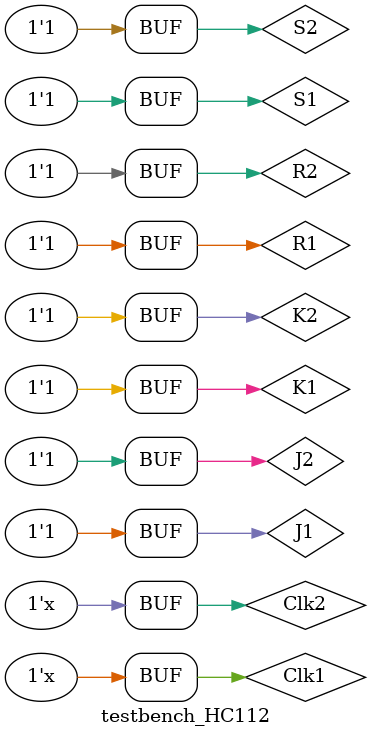
<source format=v>
`timescale 1ns/1ns
module testbench_HC112;
	reg S1, R1, Clk1, J1, K1, S2, R2, Clk2, J2, K2;
	wire Q1, Qn1, Q2, Qn2;
	
	HC_112 test_HC_112(S1, R1, Clk1, J1, K1, S2, R2, Clk2, J2, K2, Q1, Qn1, Q2, Qn2);
	
	always #10 Clk1 = ~Clk1;
	always #10 Clk2 = ~Clk2;

	initial
		begin
			S1 = 0; R1 = 1; S2 = 0; R2 = 1; Clk1 = 0; Clk2 = 0;
			#20 S1 = 1; R1 = 0; S2 = 1; R2 = 0;
			#20 S1 = 0; S2 = 0;
			#20 S1 = 1; R1 = 1; S2 = 1; R2 = 1; J1 = 0; K1 = 0; J2 = 0; K2 = 0;
			#20 K1 = 1; K2 = 1;
			#20 J1 = 1; K1 = 0; J2 = 1; K2 = 0;
			#20 K1 = 1; K2 = 1;
		end
		
endmodule
</source>
